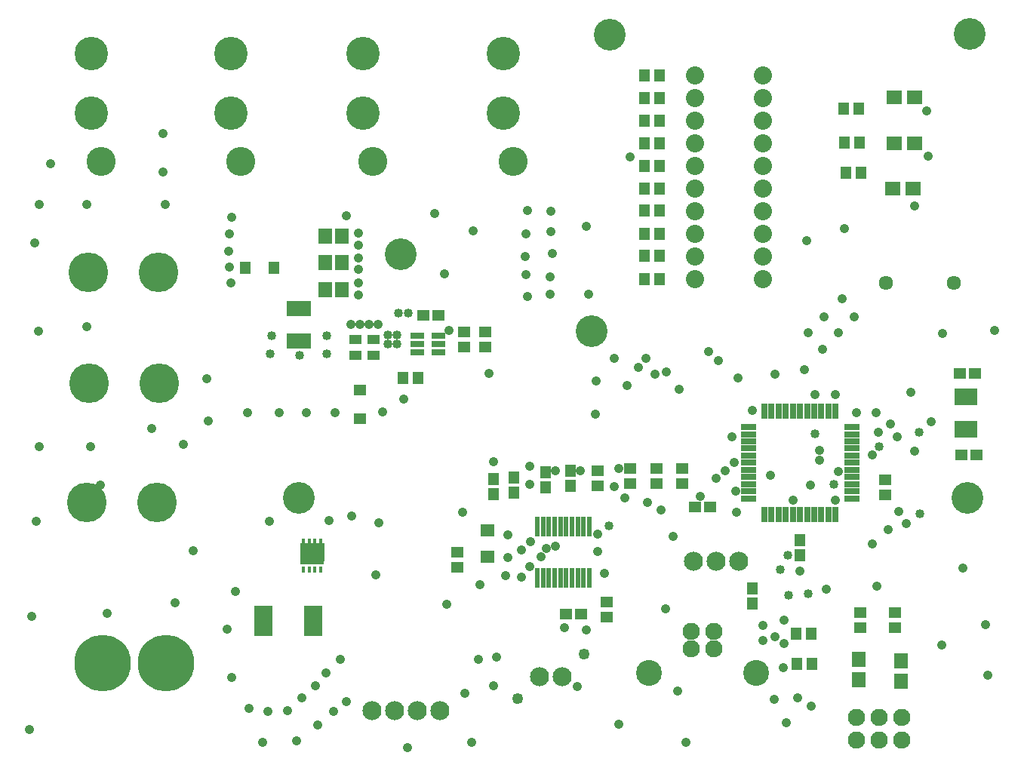
<source format=gbr>
G04 EAGLE Gerber RS-274X export*
G75*
%MOMM*%
%FSLAX34Y34*%
%LPD*%
%INSoldermask Top*%
%IPPOS*%
%AMOC8*
5,1,8,0,0,1.08239X$1,22.5*%
G01*
%ADD10R,1.254000X1.354000*%
%ADD11R,1.354000X1.254000*%
%ADD12C,4.445000*%
%ADD13C,2.133600*%
%ADD14C,3.754000*%
%ADD15C,3.254000*%
%ADD16C,6.350000*%
%ADD17R,0.609600X2.184400*%
%ADD18R,0.750000X1.750000*%
%ADD19R,1.750000X0.750000*%
%ADD20C,2.032000*%
%ADD21R,1.498600X1.651000*%
%ADD22R,1.651000X1.498600*%
%ADD23C,1.254000*%
%ADD24R,1.454000X1.054000*%
%ADD25C,1.609600*%
%ADD26C,1.930400*%
%ADD27C,2.895600*%
%ADD28C,3.556000*%
%ADD29R,0.457200X0.762000*%
%ADD30R,0.457200X0.787400*%
%ADD31R,2.692400X2.032000*%
%ADD32R,2.754000X1.754000*%
%ADD33R,1.554000X1.754000*%
%ADD34R,1.500000X0.750000*%
%ADD35R,2.054000X3.454000*%
%ADD36R,2.654000X1.954000*%
%ADD37R,1.474000X1.154000*%
%ADD38R,1.154000X1.474000*%
%ADD39R,1.504000X1.474000*%
%ADD40C,1.066800*%
%ADD41C,1.059600*%
%ADD42C,1.016000*%

G36*
X350649Y221490D02*
X350649Y221490D01*
X350651Y221489D01*
X350694Y221509D01*
X350738Y221527D01*
X350738Y221529D01*
X350740Y221530D01*
X350773Y221615D01*
X350773Y240665D01*
X350772Y240667D01*
X350773Y240669D01*
X350753Y240712D01*
X350735Y240756D01*
X350733Y240756D01*
X350732Y240758D01*
X350647Y240791D01*
X324993Y240791D01*
X324991Y240790D01*
X324989Y240791D01*
X324946Y240771D01*
X324902Y240753D01*
X324902Y240751D01*
X324900Y240750D01*
X324867Y240665D01*
X324867Y221615D01*
X324868Y221613D01*
X324867Y221611D01*
X324887Y221568D01*
X324905Y221524D01*
X324907Y221524D01*
X324908Y221522D01*
X324993Y221489D01*
X350647Y221489D01*
X350649Y221490D01*
G37*
G36*
X329596Y243467D02*
X329596Y243467D01*
X329598Y243466D01*
X329641Y243486D01*
X329685Y243504D01*
X329685Y243506D01*
X329687Y243507D01*
X329720Y243592D01*
X329720Y249688D01*
X329719Y249690D01*
X329720Y249692D01*
X329700Y249735D01*
X329682Y249779D01*
X329680Y249779D01*
X329679Y249781D01*
X329594Y249814D01*
X326546Y249814D01*
X326544Y249813D01*
X326542Y249814D01*
X326499Y249794D01*
X326455Y249776D01*
X326455Y249774D01*
X326453Y249773D01*
X326420Y249688D01*
X326420Y243592D01*
X326421Y243590D01*
X326420Y243588D01*
X326440Y243545D01*
X326458Y243501D01*
X326460Y243501D01*
X326461Y243499D01*
X326546Y243466D01*
X329594Y243466D01*
X329596Y243467D01*
G37*
G36*
X336096Y243467D02*
X336096Y243467D01*
X336098Y243466D01*
X336141Y243486D01*
X336185Y243504D01*
X336185Y243506D01*
X336187Y243507D01*
X336220Y243592D01*
X336220Y249688D01*
X336219Y249690D01*
X336220Y249692D01*
X336200Y249735D01*
X336182Y249779D01*
X336180Y249779D01*
X336179Y249781D01*
X336094Y249814D01*
X333046Y249814D01*
X333044Y249813D01*
X333042Y249814D01*
X332999Y249794D01*
X332955Y249776D01*
X332955Y249774D01*
X332953Y249773D01*
X332920Y249688D01*
X332920Y243592D01*
X332921Y243590D01*
X332920Y243588D01*
X332940Y243545D01*
X332958Y243501D01*
X332960Y243501D01*
X332961Y243499D01*
X333046Y243466D01*
X336094Y243466D01*
X336096Y243467D01*
G37*
G36*
X342596Y243467D02*
X342596Y243467D01*
X342598Y243466D01*
X342641Y243486D01*
X342685Y243504D01*
X342685Y243506D01*
X342687Y243507D01*
X342720Y243592D01*
X342720Y249688D01*
X342719Y249690D01*
X342720Y249692D01*
X342700Y249735D01*
X342682Y249779D01*
X342680Y249779D01*
X342679Y249781D01*
X342594Y249814D01*
X339546Y249814D01*
X339544Y249813D01*
X339542Y249814D01*
X339499Y249794D01*
X339455Y249776D01*
X339455Y249774D01*
X339453Y249773D01*
X339420Y249688D01*
X339420Y243592D01*
X339421Y243590D01*
X339420Y243588D01*
X339440Y243545D01*
X339458Y243501D01*
X339460Y243501D01*
X339461Y243499D01*
X339546Y243466D01*
X342594Y243466D01*
X342596Y243467D01*
G37*
G36*
X349096Y243467D02*
X349096Y243467D01*
X349098Y243466D01*
X349141Y243486D01*
X349185Y243504D01*
X349185Y243506D01*
X349187Y243507D01*
X349220Y243592D01*
X349220Y249688D01*
X349219Y249690D01*
X349220Y249692D01*
X349200Y249735D01*
X349182Y249779D01*
X349180Y249779D01*
X349179Y249781D01*
X349094Y249814D01*
X346046Y249814D01*
X346044Y249813D01*
X346042Y249814D01*
X345999Y249794D01*
X345955Y249776D01*
X345955Y249774D01*
X345953Y249773D01*
X345920Y249688D01*
X345920Y243592D01*
X345921Y243590D01*
X345920Y243588D01*
X345940Y243545D01*
X345958Y243501D01*
X345960Y243501D01*
X345961Y243499D01*
X346046Y243466D01*
X349094Y243466D01*
X349096Y243467D01*
G37*
G36*
X349096Y212467D02*
X349096Y212467D01*
X349098Y212466D01*
X349141Y212486D01*
X349185Y212504D01*
X349185Y212506D01*
X349187Y212507D01*
X349220Y212592D01*
X349220Y218688D01*
X349219Y218690D01*
X349220Y218692D01*
X349200Y218735D01*
X349182Y218779D01*
X349180Y218779D01*
X349179Y218781D01*
X349094Y218814D01*
X346046Y218814D01*
X346044Y218813D01*
X346042Y218814D01*
X345999Y218794D01*
X345955Y218776D01*
X345955Y218774D01*
X345953Y218773D01*
X345920Y218688D01*
X345920Y212592D01*
X345921Y212590D01*
X345920Y212588D01*
X345940Y212545D01*
X345958Y212501D01*
X345960Y212501D01*
X345961Y212499D01*
X346046Y212466D01*
X349094Y212466D01*
X349096Y212467D01*
G37*
G36*
X342596Y212467D02*
X342596Y212467D01*
X342598Y212466D01*
X342641Y212486D01*
X342685Y212504D01*
X342685Y212506D01*
X342687Y212507D01*
X342720Y212592D01*
X342720Y218688D01*
X342719Y218690D01*
X342720Y218692D01*
X342700Y218735D01*
X342682Y218779D01*
X342680Y218779D01*
X342679Y218781D01*
X342594Y218814D01*
X339546Y218814D01*
X339544Y218813D01*
X339542Y218814D01*
X339499Y218794D01*
X339455Y218776D01*
X339455Y218774D01*
X339453Y218773D01*
X339420Y218688D01*
X339420Y212592D01*
X339421Y212590D01*
X339420Y212588D01*
X339440Y212545D01*
X339458Y212501D01*
X339460Y212501D01*
X339461Y212499D01*
X339546Y212466D01*
X342594Y212466D01*
X342596Y212467D01*
G37*
G36*
X336096Y212467D02*
X336096Y212467D01*
X336098Y212466D01*
X336141Y212486D01*
X336185Y212504D01*
X336185Y212506D01*
X336187Y212507D01*
X336220Y212592D01*
X336220Y218688D01*
X336219Y218690D01*
X336220Y218692D01*
X336200Y218735D01*
X336182Y218779D01*
X336180Y218779D01*
X336179Y218781D01*
X336094Y218814D01*
X333046Y218814D01*
X333044Y218813D01*
X333042Y218814D01*
X332999Y218794D01*
X332955Y218776D01*
X332955Y218774D01*
X332953Y218773D01*
X332920Y218688D01*
X332920Y212592D01*
X332921Y212590D01*
X332920Y212588D01*
X332940Y212545D01*
X332958Y212501D01*
X332960Y212501D01*
X332961Y212499D01*
X333046Y212466D01*
X336094Y212466D01*
X336096Y212467D01*
G37*
G36*
X329596Y212467D02*
X329596Y212467D01*
X329598Y212466D01*
X329641Y212486D01*
X329685Y212504D01*
X329685Y212506D01*
X329687Y212507D01*
X329720Y212592D01*
X329720Y218688D01*
X329719Y218690D01*
X329720Y218692D01*
X329700Y218735D01*
X329682Y218779D01*
X329680Y218779D01*
X329679Y218781D01*
X329594Y218814D01*
X326546Y218814D01*
X326544Y218813D01*
X326542Y218814D01*
X326499Y218794D01*
X326455Y218776D01*
X326455Y218774D01*
X326453Y218773D01*
X326420Y218688D01*
X326420Y212592D01*
X326421Y212590D01*
X326420Y212588D01*
X326440Y212545D01*
X326458Y212501D01*
X326460Y212501D01*
X326461Y212499D01*
X326546Y212466D01*
X329594Y212466D01*
X329596Y212467D01*
G37*
%LPC*%
G36*
X328072Y233203D02*
X328072Y233203D01*
X328072Y236951D01*
X331820Y236951D01*
X331820Y233203D01*
X328072Y233203D01*
G37*
%LPD*%
%LPC*%
G36*
X343820Y233203D02*
X343820Y233203D01*
X343820Y236951D01*
X347568Y236951D01*
X347568Y233203D01*
X343820Y233203D01*
G37*
%LPD*%
%LPC*%
G36*
X335946Y233203D02*
X335946Y233203D01*
X335946Y236951D01*
X339694Y236951D01*
X339694Y233203D01*
X335946Y233203D01*
G37*
%LPD*%
%LPC*%
G36*
X335946Y225329D02*
X335946Y225329D01*
X335946Y229077D01*
X339694Y229077D01*
X339694Y225329D01*
X335946Y225329D01*
G37*
%LPD*%
%LPC*%
G36*
X343820Y225329D02*
X343820Y225329D01*
X343820Y229077D01*
X347568Y229077D01*
X347568Y225329D01*
X343820Y225329D01*
G37*
%LPD*%
%LPC*%
G36*
X328072Y225329D02*
X328072Y225329D01*
X328072Y229077D01*
X331820Y229077D01*
X331820Y225329D01*
X328072Y225329D01*
G37*
%LPD*%
D10*
X563880Y318380D03*
X563880Y301380D03*
X627380Y326000D03*
X627380Y309000D03*
X599440Y324730D03*
X599440Y307730D03*
D11*
X622690Y165100D03*
X639690Y165100D03*
D12*
X166370Y424180D03*
X87630Y424180D03*
X85090Y290830D03*
X163830Y290830D03*
D13*
X481330Y57150D03*
X455930Y57150D03*
X430530Y57150D03*
X405130Y57150D03*
D14*
X552450Y794540D03*
X552450Y727540D03*
D15*
X563450Y673540D03*
D14*
X90170Y794540D03*
X90170Y727540D03*
D15*
X101170Y673540D03*
D14*
X394970Y794540D03*
X394970Y727540D03*
D15*
X405970Y673540D03*
D14*
X246380Y794540D03*
X246380Y727540D03*
D15*
X257380Y673540D03*
D11*
X753110Y311540D03*
X753110Y328540D03*
X723900Y311540D03*
X723900Y328540D03*
X657860Y326000D03*
X657860Y309000D03*
X500380Y234560D03*
X500380Y217560D03*
X668020Y178680D03*
X668020Y161680D03*
D16*
X102870Y110490D03*
X173990Y110490D03*
D17*
X649010Y263652D03*
X642510Y263652D03*
X636010Y263652D03*
X629510Y263652D03*
X623010Y263652D03*
X616510Y263652D03*
X610010Y263652D03*
X603510Y263652D03*
X597010Y263652D03*
X590510Y263652D03*
X590510Y206248D03*
X597010Y206248D03*
X603510Y206248D03*
X610010Y206248D03*
X616510Y206248D03*
X623010Y206248D03*
X629510Y206248D03*
X636010Y206248D03*
X642510Y206248D03*
X649010Y206248D03*
D11*
X694690Y328540D03*
X694690Y311540D03*
X479670Y500380D03*
X462670Y500380D03*
D18*
X845190Y277280D03*
X853190Y277280D03*
X861190Y277280D03*
X869190Y277280D03*
X877190Y277280D03*
X885190Y277280D03*
X893190Y277280D03*
X901190Y277280D03*
X909190Y277280D03*
X917190Y277280D03*
X925190Y277280D03*
D19*
X943190Y295280D03*
X943190Y303280D03*
X943190Y311280D03*
X943190Y319280D03*
X943190Y327280D03*
X943190Y335280D03*
X943190Y343280D03*
X943190Y351280D03*
X943190Y359280D03*
X943190Y367280D03*
X943190Y375280D03*
D18*
X925190Y393280D03*
X917190Y393280D03*
X909190Y393280D03*
X901190Y393280D03*
X893190Y393280D03*
X885190Y393280D03*
X877190Y393280D03*
X869190Y393280D03*
X861190Y393280D03*
X853190Y393280D03*
X845190Y393280D03*
D19*
X827190Y375280D03*
X827190Y367280D03*
X827190Y359280D03*
X827190Y351280D03*
X827190Y343280D03*
X827190Y335280D03*
X827190Y327280D03*
X827190Y319280D03*
X827190Y311280D03*
X827190Y303280D03*
X827190Y295280D03*
D11*
X508000Y482210D03*
X508000Y465210D03*
X532130Y465210D03*
X532130Y482210D03*
X1081800Y435310D03*
X1064800Y435310D03*
X1083320Y344010D03*
X1066320Y344010D03*
X767470Y285750D03*
X784470Y285750D03*
X980440Y298840D03*
X980440Y315840D03*
D10*
X831850Y176920D03*
X831850Y193920D03*
X885190Y231530D03*
X885190Y248530D03*
D20*
X767080Y769620D03*
X767080Y744220D03*
X767080Y718820D03*
X767080Y693420D03*
X767080Y668020D03*
X767080Y642620D03*
X767080Y617220D03*
X767080Y591820D03*
X767080Y566420D03*
X767080Y541020D03*
X843280Y541020D03*
X843280Y566420D03*
X843280Y591820D03*
X843280Y617220D03*
X843280Y642620D03*
X843280Y668020D03*
X843280Y693420D03*
X843280Y718820D03*
X843280Y744220D03*
X843280Y769620D03*
D10*
X710320Y769620D03*
X727320Y769620D03*
X710320Y744220D03*
X727320Y744220D03*
X710320Y718820D03*
X727320Y718820D03*
X710320Y693420D03*
X727320Y693420D03*
X710320Y668020D03*
X727320Y668020D03*
X710320Y642620D03*
X727320Y642620D03*
X710320Y618490D03*
X727320Y618490D03*
X710320Y591820D03*
X727320Y591820D03*
X710320Y567690D03*
X727320Y567690D03*
X710320Y541020D03*
X727320Y541020D03*
D11*
X952500Y167250D03*
X952500Y150250D03*
X991870Y167250D03*
X991870Y150250D03*
D21*
X951230Y114300D03*
X951230Y91440D03*
X998220Y113030D03*
X998220Y90170D03*
D10*
X439810Y430530D03*
X456810Y430530D03*
X936380Y660400D03*
X953380Y660400D03*
X935110Y694690D03*
X952110Y694690D03*
X933840Y732790D03*
X950840Y732790D03*
D22*
X990600Y745490D03*
X1013460Y745490D03*
X990600Y693420D03*
X1013460Y693420D03*
X989330Y642620D03*
X1012190Y642620D03*
D13*
X592709Y95250D03*
X618820Y95250D03*
D23*
X568325Y70358D03*
X643255Y120142D03*
D24*
X406400Y473820D03*
X406400Y455820D03*
X386080Y473820D03*
X386080Y455820D03*
D10*
X880500Y143510D03*
X897500Y143510D03*
X881770Y109220D03*
X898770Y109220D03*
D25*
X981710Y537210D03*
X1057710Y537210D03*
D26*
X948690Y24130D03*
X974090Y24130D03*
X999490Y24130D03*
X948690Y49530D03*
X974090Y49530D03*
X999490Y49530D03*
D13*
X765810Y224790D03*
X791210Y224790D03*
X816610Y224790D03*
D12*
X165100Y548640D03*
X86360Y548640D03*
D26*
X788470Y146172D03*
X763470Y146172D03*
X763470Y126360D03*
X788470Y126360D03*
D27*
X836168Y99182D03*
X715772Y99182D03*
D28*
X322580Y295910D03*
X1075690Y816610D03*
X1073150Y295910D03*
X436880Y568960D03*
X671830Y815340D03*
X651510Y482600D03*
D10*
X541020Y317110D03*
X541020Y300110D03*
D29*
X328070Y215640D03*
X334570Y215640D03*
X341070Y215640D03*
X347570Y215640D03*
D30*
X347570Y246640D03*
X341070Y246640D03*
X334570Y246640D03*
X328070Y246640D03*
D31*
X337820Y234570D03*
D32*
X323120Y508220D03*
X323120Y472220D03*
D33*
X352450Y589280D03*
X371450Y589280D03*
X352450Y560070D03*
X371450Y560070D03*
X352450Y529590D03*
X371450Y529590D03*
D34*
X479470Y477870D03*
X479470Y468370D03*
X479470Y458870D03*
X455470Y477870D03*
X455470Y468370D03*
X455470Y458870D03*
D35*
X339150Y157480D03*
X283150Y157480D03*
D36*
X1071000Y373000D03*
X1071000Y409000D03*
D37*
X391160Y417020D03*
X391160Y384820D03*
D38*
X295100Y553720D03*
X262900Y553720D03*
D39*
X534670Y259410D03*
X534670Y229410D03*
D40*
X184150Y177800D03*
X251460Y190500D03*
X242570Y148590D03*
X247650Y93980D03*
X369570Y114300D03*
X353060Y99060D03*
X341630Y85090D03*
X326390Y71120D03*
X309880Y57150D03*
X288290Y55880D03*
X266700Y59690D03*
X281940Y21590D03*
X320040Y22860D03*
X344170Y40640D03*
X361950Y55880D03*
X375920Y67310D03*
X488950Y176530D03*
X524510Y114300D03*
X444500Y15240D03*
X516890Y21590D03*
X509270Y76200D03*
X541020Y85090D03*
X544830Y116840D03*
X635000Y83820D03*
X681990Y41910D03*
X756920Y21590D03*
X572770Y237490D03*
X572770Y207010D03*
X657860Y255270D03*
X506730Y279400D03*
X541020Y336550D03*
X914400Y193040D03*
X934720Y598170D03*
X894080Y481330D03*
X892810Y584200D03*
X694690Y678180D03*
D41*
X645160Y600710D03*
D40*
X647700Y524510D03*
X676910Y452120D03*
X656590Y426720D03*
X655320Y389890D03*
X557530Y254000D03*
X554990Y208280D03*
X525780Y198120D03*
X600710Y238760D03*
X594360Y229870D03*
X581660Y218440D03*
X582930Y246380D03*
X557530Y228600D03*
D41*
X285750Y157480D03*
X645160Y147320D03*
D40*
X665480Y210820D03*
X734060Y171450D03*
X1096010Y96520D03*
X1043940Y130810D03*
X971550Y196850D03*
X1093470Y153670D03*
X877570Y293370D03*
X896620Y309880D03*
X812800Y303530D03*
X852170Y321310D03*
X924560Y293370D03*
X966470Y243840D03*
X984250Y260350D03*
X1004570Y266700D03*
X1013460Y347980D03*
X1032510Y381000D03*
X1009650Y414020D03*
X994410Y364490D03*
X1045210Y480060D03*
X910590Y462280D03*
X928370Y481330D03*
X946150Y499110D03*
X911860Y499110D03*
X932180Y519430D03*
X815340Y430530D03*
X831850Y393700D03*
X735330Y436880D03*
X749300Y417830D03*
X808990Y364490D03*
X742950Y252730D03*
X581660Y311150D03*
X581660Y331470D03*
X610870Y326390D03*
X638810Y326390D03*
X885190Y213360D03*
X748030Y78740D03*
X681990Y328930D03*
X773430Y297180D03*
X869950Y43180D03*
X1103630Y483870D03*
X924560Y411480D03*
X928370Y325120D03*
X1013460Y623570D03*
X1028700Y679450D03*
X1027430Y730250D03*
X843280Y152400D03*
X843280Y135890D03*
X867410Y158750D03*
X867410Y132080D03*
X866140Y105410D03*
X855980Y69850D03*
X882650Y71120D03*
X897890Y62230D03*
X1068070Y217170D03*
D41*
X713740Y290830D03*
X966470Y344170D03*
X728980Y281940D03*
D42*
X974090Y353060D03*
D40*
X676910Y308610D03*
X408940Y209550D03*
D42*
X670560Y264160D03*
D40*
X20320Y35560D03*
X22860Y162560D03*
X27940Y269240D03*
X31750Y353060D03*
X100330Y309880D03*
X107950Y166370D03*
X88900Y353060D03*
X30480Y482600D03*
X85090Y487680D03*
X26670Y581660D03*
D41*
X341630Y156210D03*
X621030Y149860D03*
D40*
X610870Y241300D03*
D41*
X657860Y235422D03*
X986790Y378460D03*
D40*
X219710Y429260D03*
X356870Y270510D03*
X382270Y275590D03*
X204470Y236220D03*
X157480Y373380D03*
X193040Y355600D03*
X220980Y382270D03*
X44450Y670560D03*
X31750Y624840D03*
X85090Y624840D03*
X172720Y624840D03*
X170180Y661670D03*
X170180Y704850D03*
X389890Y593090D03*
X375920Y612140D03*
X389890Y579120D03*
X389890Y565150D03*
X389890Y552450D03*
X518160Y595630D03*
X474980Y614680D03*
X486410Y547370D03*
X389890Y537210D03*
X389890Y523240D03*
X381000Y490220D03*
X391160Y490220D03*
X401320Y490220D03*
X411480Y490220D03*
X491490Y483870D03*
X579120Y521970D03*
X577850Y546100D03*
X576580Y566420D03*
X577850Y591820D03*
X579120Y618490D03*
X605790Y617220D03*
X605790Y594360D03*
X607060Y570230D03*
X604520Y543560D03*
X604520Y524510D03*
X535940Y435610D03*
X440690Y406400D03*
X416560Y392430D03*
X363220Y391160D03*
X331470Y391160D03*
X300990Y391160D03*
X265430Y391160D03*
X412750Y267970D03*
X289560Y269240D03*
X247650Y610870D03*
X245110Y591820D03*
X243840Y572770D03*
X245110Y554990D03*
X246380Y537210D03*
D41*
X688340Y295910D03*
X972820Y369570D03*
D42*
X422910Y478790D03*
X433070Y478790D03*
X433070Y468630D03*
X422910Y468630D03*
X292100Y477520D03*
X354330Y457200D03*
X322580Y472440D03*
X354330Y477520D03*
X290830Y457200D03*
X323850Y455930D03*
X445770Y502920D03*
X434340Y502920D03*
D41*
X857250Y139700D03*
X857250Y434340D03*
X995680Y280670D03*
X793750Y449580D03*
X901700Y411480D03*
X782320Y459740D03*
X889854Y439420D03*
X690880Y421640D03*
X814070Y279400D03*
X703580Y441960D03*
X791210Y317500D03*
X801370Y326390D03*
X712470Y452120D03*
X722630Y434340D03*
X811530Y335280D03*
D42*
X1019810Y278130D03*
X1018540Y369570D03*
D41*
X906780Y349250D03*
X948690Y391160D03*
X906780Y337820D03*
X970280Y391160D03*
D42*
X872490Y186690D03*
X862754Y215054D03*
X894080Y187960D03*
X871220Y231140D03*
X902020Y367980D03*
X923290Y311150D03*
M02*

</source>
